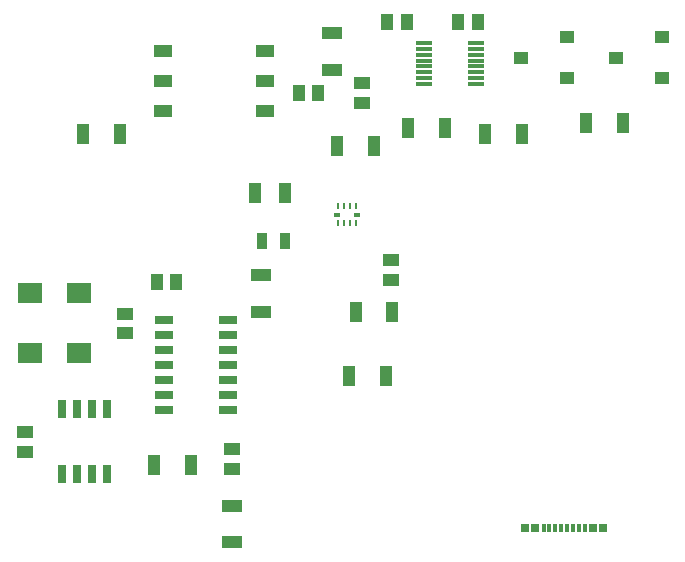
<source format=gtp>
G04 #@! TF.GenerationSoftware,KiCad,Pcbnew,8.0.2*
G04 #@! TF.CreationDate,2024-06-27T15:57:24+02:00*
G04 #@! TF.ProjectId,AMS Dongle,414d5320-446f-46e6-976c-652e6b696361,rev?*
G04 #@! TF.SameCoordinates,Original*
G04 #@! TF.FileFunction,Paste,Top*
G04 #@! TF.FilePolarity,Positive*
%FSLAX46Y46*%
G04 Gerber Fmt 4.6, Leading zero omitted, Abs format (unit mm)*
G04 Created by KiCad (PCBNEW 8.0.2) date 2024-06-27 15:57:24*
%MOMM*%
%LPD*%
G01*
G04 APERTURE LIST*
%ADD10R,0.650000X0.800000*%
%ADD11R,0.300000X0.800000*%
%ADD12R,0.950000X1.450000*%
%ADD13R,1.050000X1.800000*%
%ADD14R,1.470000X1.070000*%
%ADD15R,1.800000X1.050000*%
%ADD16R,1.070000X1.470000*%
%ADD17R,1.425000X0.300000*%
%ADD18R,2.000000X1.800000*%
%ADD19R,1.525000X0.650000*%
%ADD20R,1.300000X1.000000*%
%ADD21R,0.250000X0.620000*%
%ADD22R,0.620000X0.300000*%
%ADD23R,1.550000X1.050000*%
%ADD24R,0.700000X1.500000*%
G04 APERTURE END LIST*
D10*
X145370000Y-94850000D03*
X146220000Y-94850000D03*
D11*
X147400000Y-94850000D03*
X148400000Y-94850000D03*
X148900000Y-94850000D03*
X149900000Y-94850000D03*
D10*
X151080000Y-94850000D03*
X151930000Y-94850000D03*
D11*
X150400000Y-94850000D03*
X149400000Y-94850000D03*
X147900000Y-94850000D03*
X146900000Y-94850000D03*
D12*
X124975000Y-70500000D03*
X123025000Y-70500000D03*
D13*
X125050000Y-66500000D03*
X122500000Y-66500000D03*
D14*
X120500000Y-89820000D03*
X120500000Y-88180000D03*
X131500000Y-58820000D03*
X131500000Y-57180000D03*
D13*
X153600000Y-60500000D03*
X150500000Y-60500000D03*
D15*
X129000000Y-56050000D03*
X129000000Y-52950000D03*
X123000000Y-76550000D03*
X123000000Y-73450000D03*
D13*
X107950000Y-61500000D03*
X111050000Y-61500000D03*
X129450000Y-62500000D03*
X132550000Y-62500000D03*
D15*
X120500000Y-92950000D03*
X120500000Y-96050000D03*
D16*
X139680000Y-52000000D03*
X141320000Y-52000000D03*
D13*
X130450000Y-82000000D03*
X133550000Y-82000000D03*
D17*
X141212000Y-57250000D03*
X141212000Y-56750000D03*
X141212000Y-56250000D03*
X141212000Y-55750000D03*
X141212000Y-55250000D03*
X141212000Y-54750000D03*
X141212000Y-54250000D03*
X141212000Y-53750000D03*
X136788000Y-53750000D03*
X136788000Y-54250000D03*
X136788000Y-54750000D03*
X136788000Y-55250000D03*
X136788000Y-55750000D03*
X136788000Y-56250000D03*
X136788000Y-56750000D03*
X136788000Y-57250000D03*
D16*
X126180000Y-58000000D03*
X127820000Y-58000000D03*
D14*
X111500000Y-78320000D03*
X111500000Y-76680000D03*
D18*
X103400000Y-74960000D03*
X103400000Y-80040000D03*
X107600000Y-80040000D03*
X107600000Y-74960000D03*
D19*
X114788000Y-77190000D03*
X114788000Y-78460000D03*
X114788000Y-79730000D03*
X114788000Y-81000000D03*
X114788000Y-82270000D03*
X114788000Y-83540000D03*
X114788000Y-84810000D03*
X120212000Y-84810000D03*
X120212000Y-83540000D03*
X120212000Y-82270000D03*
X120212000Y-81000000D03*
X120212000Y-79730000D03*
X120212000Y-78460000D03*
X120212000Y-77190000D03*
D13*
X141950000Y-61500000D03*
X145050000Y-61500000D03*
D20*
X156900000Y-56750000D03*
X153000000Y-55000000D03*
X156900000Y-53250000D03*
D16*
X133680000Y-52000000D03*
X135320000Y-52000000D03*
D13*
X135450000Y-61000000D03*
X138550000Y-61000000D03*
D21*
X131000000Y-67600000D03*
X130500000Y-67600000D03*
X130000000Y-67600000D03*
X129500000Y-67600000D03*
D22*
X129385000Y-68290000D03*
D21*
X129500000Y-68980000D03*
X130000000Y-68980000D03*
X130500000Y-68980000D03*
X131000000Y-68980000D03*
D22*
X131115000Y-68290000D03*
D16*
X114180000Y-74000000D03*
X115820000Y-74000000D03*
D13*
X117050000Y-89500000D03*
X113950000Y-89500000D03*
D20*
X148900000Y-56750000D03*
X145000000Y-55000000D03*
X148900000Y-53250000D03*
D13*
X134100000Y-76500000D03*
X131000000Y-76500000D03*
D14*
X134000000Y-73820000D03*
X134000000Y-72180000D03*
D23*
X114675000Y-54460000D03*
X114675000Y-57000000D03*
X114675000Y-59540000D03*
X123325000Y-59540000D03*
X123325000Y-57000000D03*
X123325000Y-54460000D03*
D14*
X103000000Y-88357500D03*
X103000000Y-86717500D03*
D24*
X109905000Y-84725000D03*
X108635000Y-84725000D03*
X107365000Y-84725000D03*
X106095000Y-84725000D03*
X106095000Y-90275000D03*
X107365000Y-90275000D03*
X108635000Y-90275000D03*
X109905000Y-90275000D03*
M02*

</source>
